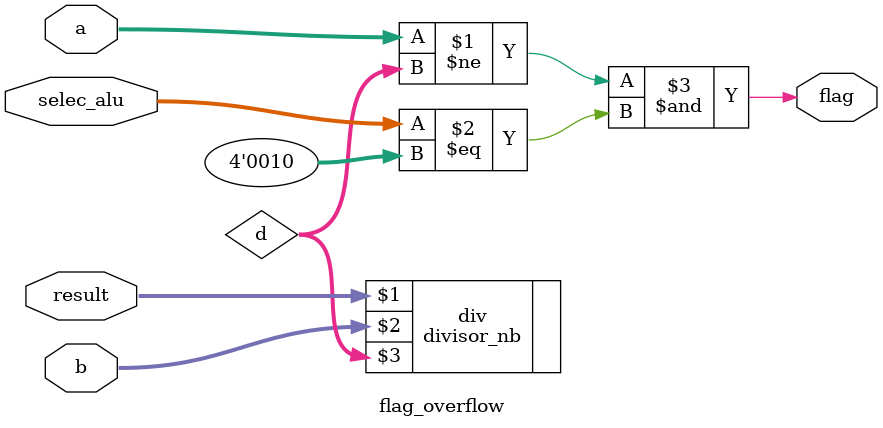
<source format=sv>
 module flag_overflow #(parameter N = 4)(input logic [N-1:0] a,b, result,
													  input logic [3:0] selec_alu,
														output logic flag );
					
wire[N-1:0] d;
divisor_nb #(N) div (result,b,d);					
assign flag = (a!=d) & (selec_alu==4'b0010);

endmodule 
</source>
